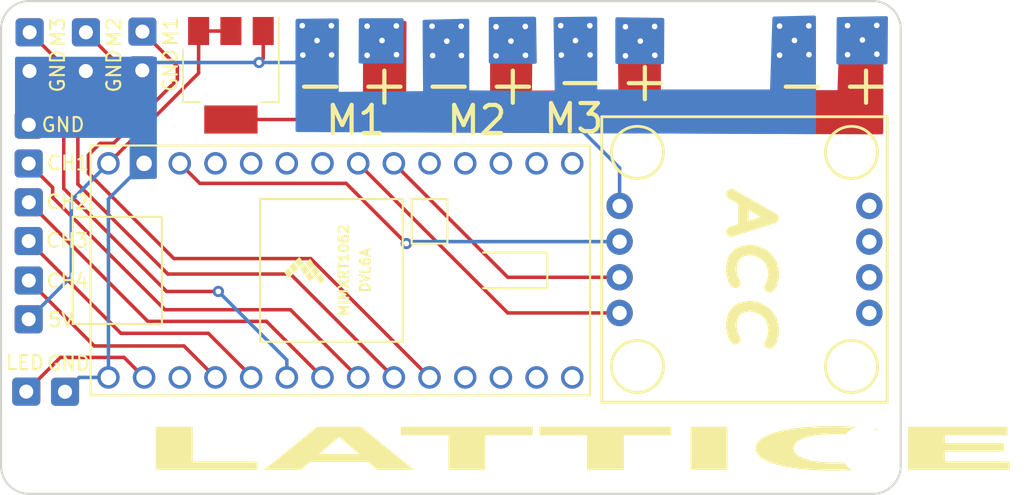
<source format=kicad_pcb>
(kicad_pcb (version 20221018) (generator pcbnew)
  (layers (0 "F.Cu" signal) (31 "B.Cu" signal) (34 "B.Paste" user) (35 "F.Paste" user) (36 "B.SilkS" user "B.Silkscreen") (37 "F.SilkS" user "F.Silkscreen") (38 "B.Mask" user) (39 "F.Mask" user) (44 "Edge.Cuts" user))
  (net 0 "")
  (net 1 "Net-(LIS331DLH1-SCL)")
  (net 2 "Net-(LIS331DLH1-SDA)")
  (net 3 "GNDREF")
  (net 4 "unconnected-(U1-0-Pad2)")
  (net 6 "unconnected-(U1-2-Pad4)")
  (net 7 "unconnected-(U1-3-Pad5)")
  (net 8 "unconnected-(U1-4-Pad6)")
  (net 9 "unconnected-(U1-5-Pad7)")
  (net 10 "unconnected-(U1-6-Pad8)")
  (net 11 "unconnected-(U1-7-Pad9)")
  (net 12 "unconnected-(U1-8-Pad10)")
  (net 17 "Net-(LIS331DLH1-3.3V-Pad3)")
  (net 31 "+BATT")
  (net 32 "Net-(U1-VIN)")
  (footprint "Package_TO_SOT_SMD:SOT-223" (layer "F.Cu") (at 115.59 68.02 -90)
    (fp_text reference "U2" hide)
    (fp_text value "AMS1117CS-5.0" hide)
    (fp_line (start -4.1 -3.41) (end 1.91 -3.41) (stroke (width 0.12)) (layer "F.SilkS"))
    (fp_line (start -1.85 3.41) (end 1.91 3.41) (stroke (width 0.12)) (layer "F.SilkS"))
    (fp_line (start 1.91 -3.41) (end 1.91 -2.15) (stroke (width 0.12)) (layer "F.SilkS"))
    (fp_line (start 1.91 3.41) (end 1.91 2.15) (stroke (width 0.12)) (layer "F.SilkS"))
    (pad "1" smd rect (at -3.15 -2.3 270) (size 2 1.5) (layers "F.Cu" "F.Paste" "F.Mask") (net 3 "GNDREF"))
    (pad "2" smd rect (at -3.15 0 270) (size 2 1.5) (layers "F.Cu" "F.Paste" "F.Mask") (net 32 "Net-(U1-VIN)"))
    (pad "3" smd rect (at -3.15 2.3 270) (size 2 1.5) (layers "F.Cu" "F.Paste" "F.Mask") (net 32 "Net-(U1-VIN)"))
    (pad "4" smd rect (at 3.15 0 270) (size 2 3.8) (layers "F.Cu" "F.Paste" "F.Mask") (net 31 "+BATT"))
  )
  (footprint "Connector_Wire:SolderWire-0.5sqmm_1x06_P4.6mm_D0.9mm_OD2.1mm" (layer "F.Cu") (at 121.71 65.59)
    (fp_text reference "REF**" hide)
    (fp_text value "SolderWire-0.5sqmm_1x06_P4.6mm_D0.9mm_OD2.1mm" hide)
    (pad "1" connect roundrect (at 0 0) (size 3 3) (layers "*.Mask" "F.Cu") (roundrect_rratio 0.1) (net 3 "GNDREF"))
    (pad "2" connect roundrect (at 4.6 0) (size 3 3) (layers "*.Mask" "F.Cu") (roundrect_rratio 0.1) (net 31 "+BATT"))
    (pad "3" connect roundrect (at 9.2 0) (size 3 3) (layers "*.Mask" "F.Cu") (roundrect_rratio 0.1) (net 3 "GNDREF"))
    (pad "4" connect roundrect (at 13.8 0) (size 3 3) (layers "*.Mask" "F.Cu") (roundrect_rratio 0.1) (net 31 "+BATT"))
    (pad "5" connect roundrect (at 18.4 0) (size 3 3) (layers "*.Mask" "F.Cu") (roundrect_rratio 0.1) (net 3 "GNDREF"))
    (pad "6" connect roundrect (at 23 0) (size 3 3) (layers "*.Mask" "F.Cu") (roundrect_rratio 0.1) (net 31 "+BATT"))
  )
  (footprint "Connector_Wire:SolderWire-0.1sqmm_1x01_D0.4mm_OD1mm" (layer "F.Cu") (at 101.19 74.3 -90)
    (fp_text reference "CH1" (at -0.03 -2.8) (layer "F.SilkS"))
    (fp_text value "GND" hide)
    (pad "1" thru_hole roundrect (at 0 0 270) (size 2 2) (drill 1) (layers "*.Cu" "*.Mask") (roundrect_rratio 0.15625) (net 10 "unconnected-(U1-6-Pad8)"))
  )
  (footprint "" (layer "F.Cu") (at 102.286 94.756)
    (fp_text reference "" (at 0 0) (layer "F.SilkS") (effects (font (size 1.27 1.27))))
    (fp_text value "" (at 0 0) (layer "F.SilkS") (effects (font (size 1.27 1.27))))
    (pad "" np_thru_hole circle (at 0 0) (size 3.302 3.302) (drill 3.302) (layers "*.Cu" "*.Mask"))
  )
  (footprint "Connector_Wire:SolderWire-0.1sqmm_1x01_D0.4mm_OD1mm" (layer "F.Cu") (at 101.19 79.82 -90)
    (fp_text reference "CH3" (at -0.03 -2.74) (layer "F.SilkS"))
    (fp_text value "GND" hide)
    (pad "1" thru_hole roundrect (at 0 0 270) (size 2 2) (drill 1) (layers "*.Cu" "*.Mask") (roundrect_rratio 0.15625) (net 7 "unconnected-(U1-3-Pad5)"))
  )
  (footprint "" (layer "F.Cu") (at 160.51 65.54 90)
    (fp_text reference "" (at 0 0 90) (layer "F.SilkS") (effects (font (size 1.27 1.27))))
    (fp_text value "" (at 0 0 90) (layer "F.SilkS") (effects (font (size 1.27 1.27))))
    (pad "2" connect roundrect (at 0 0) (size 3 3) (layers "F.Cu" "F.Mask") (roundrect_rratio 0.1) (net 31 "+BATT"))
  )
  (footprint "" (layer "F.Cu") (at 150.266 65.816)
    (fp_text reference "" (at 0 0) (layer "F.SilkS") (effects (font (size 1.27 1.27))))
    (fp_text value "" (at 0 0) (layer "F.SilkS") (effects (font (size 1.27 1.27))))
    (pad "" np_thru_hole circle (at 0 0) (size 3.302 3.302) (drill 3.302) (layers "*.Cu" "*.Mask"))
  )
  (footprint "Connector_Wire:SolderWire-0.1sqmm_1x01_D0.4mm_OD1mm" (layer "F.Cu") (at 101.2 82.63 -90)
    (fp_text reference "CH4" (at 0.04 -2.75) (layer "F.SilkS"))
    (fp_text value "M3" hide)
    (pad "1" thru_hole roundrect (at 0 0 270) (size 2 2) (drill 1) (layers "*.Cu" "*.Mask") (roundrect_rratio 0.15625) (net 6 "unconnected-(U1-2-Pad4)"))
  )
  (footprint "Connector_Wire:SolderWire-0.1sqmm_1x01_D0.4mm_OD1mm" (layer "F.Cu") (at 101.2 77.06 -90)
    (fp_text reference "CH2" (at -0.02 -2.75) (layer "F.SilkS"))
    (fp_text value "M3" hide)
    (pad "1" thru_hole roundrect (at 0 0 270) (size 2 2) (drill 1) (layers "*.Cu" "*.Mask") (roundrect_rratio 0.15625) (net 9 "unconnected-(U1-5-Pad7)"))
  )
  (footprint "Connector_Wire:SolderWire-0.1sqmm_1x01_D0.4mm_OD1mm" (layer "F.Cu") (at 101.2 71.54 -90)
    (fp_text reference "GND" (at 0 -2.44) (layer "F.SilkS"))
    (fp_text value "M3" hide)
    (pad "1" thru_hole roundrect (at 0 0 270) (size 2 2) (drill 1) (layers "*.Cu" "*.Mask") (roundrect_rratio 0.15625) (net 3 "GNDREF"))
  )
  (footprint "" (layer "F.Cu") (at 160.586 94.656)
    (fp_text reference "" (at 0 0) (layer "F.SilkS") (effects (font (size 1.27 1.27))))
    (fp_text value "" (at 0 0) (layer "F.SilkS") (effects (font (size 1.27 1.27))))
    (pad "" np_thru_hole circle (at 0 0) (size 3.302 3.302) (drill 3.302) (layers "*.Cu" "*.Mask"))
  )
  (footprint "Connector_Wire:SolderWire-0.1sqmm_1x01_D0.4mm_OD1mm" (layer "F.Cu") (at 109.29 64.91 -90)
    (fp_text reference "M1" (at 0 -2 -90) (layer "F.SilkS"))
    (fp_text value "M1" hide)
    (pad "1" thru_hole roundrect (at 0 0 270) (size 2 2) (drill 1) (layers "*.Cu" "*.Mask") (roundrect_rratio 0.15625) (net 12 "unconnected-(U1-8-Pad10)"))
  )
  (footprint "Connector_Wire:SolderWire-0.1sqmm_1x01_D0.4mm_OD1mm" (layer "F.Cu") (at 101.26 64.96 -90)
    (fp_text reference "M3" (at 0 -2 -90) (layer "F.SilkS"))
    (fp_text value "M3" hide)
    (pad "1" thru_hole roundrect (at 0 0 270) (size 2 2) (drill 1) (layers "*.Cu" "*.Mask") (roundrect_rratio 0.15625) (net 8 "unconnected-(U1-4-Pad6)"))
  )
  (footprint "Connector_Wire:SolderWire-0.1sqmm_1x01_D0.4mm_OD1mm" (layer "F.Cu") (at 101.25 67.72 -90)
    (fp_text reference "GND" (at 0 -2 -90) (layer "F.SilkS"))
    (fp_text value "GND" hide)
    (pad "1" thru_hole roundrect (at 0 0 270) (size 2 2) (drill 1) (layers "*.Cu" "*.Mask") (roundrect_rratio 0.15625) (net 3 "GNDREF"))
  )
  (footprint "Connector_Wire:SolderWire-0.1sqmm_1x01_D0.4mm_OD1mm" (layer "F.Cu") (at 109.28 67.67 -90)
    (fp_text reference "GND" (at 0 -2 -90) (layer "F.SilkS"))
    (fp_text value "GND" hide)
    (pad "1" thru_hole roundrect (at 0 0 270) (size 2 2) (drill 1) (layers "*.Cu" "*.Mask") (roundrect_rratio 0.15625) (net 3 "GNDREF"))
  )
  (footprint "Connector_Wire:SolderWire-0.1sqmm_1x01_D0.4mm_OD1mm" (layer "F.Cu") (at 105.27 64.96 -90)
    (fp_text reference "M2" (at 0 -2 -90) (layer "F.SilkS"))
    (fp_text value "M2" hide)
    (pad "1" thru_hole roundrect (at 0 0 270) (size 2 2) (drill 1) (layers "*.Cu" "*.Mask") (roundrect_rratio 0.15625) (net 11 "unconnected-(U1-7-Pad9)"))
  )
  (footprint "" (layer "F.Cu") (at 155.71 65.54 90)
    (fp_text reference "" (at 0 0 90) (layer "F.SilkS") (effects (font (size 1.27 1.27))))
    (fp_text value "" (at 0 0 90) (layer "F.SilkS") (effects (font (size 1.27 1.27))))
    (pad "1" connect roundrect (at 0 0) (size 3 3) (layers "F.Cu" "F.Mask") (roundrect_rratio 0.1) (net 3 "GNDREF"))
  )
  (footprint "LIS331DLH:lis331dlh" (layer "F.Cu") (at 152.15 81.13 90)
    (fp_text reference "LIS331DLH1" hide)
    (fp_text value "~" hide)
    (fp_text user "ACC" (at 5.505141 -1.338263 -90 unlocked) (layer "F.SilkS") (effects (font (size 3 4) (thickness 0.75) bold italic) (justify left bottom)))
    (fp_line (start -10.16 -10.16) (end -10.16 10.16) (stroke (width 0.2032)) (layer "F.SilkS"))
    (fp_line (start -10.16 10.16) (end 10.16 10.16) (stroke (width 0.2032)) (layer "F.SilkS"))
    (fp_line (start 10.16 -10.16) (end -10.16 -10.16) (stroke (width 0.2032)) (layer "F.SilkS"))
    (fp_line (start 10.16 10.16) (end 10.16 -10.16) (stroke (width 0.2032)) (layer "F.SilkS"))
    (fp_arc (start -7.62 -9.4742) (mid -5.7658 -7.62) (end -7.62 -5.7658) (stroke (width 0.2032)) (layer "F.SilkS"))
    (fp_arc (start -7.62 -5.7658) (mid -9.4742 -7.62) (end -7.62 -9.4742) (stroke (width 0.2032)) (layer "F.SilkS"))
    (fp_arc (start -7.62 5.7658) (mid -5.7658 7.62) (end -7.62 9.4742) (stroke (width 0.2032)) (layer "F.SilkS"))
    (fp_arc (start -7.62 9.4742) (mid -9.4742 7.62) (end -7.62 5.7658) (stroke (width 0.2032)) (layer "F.SilkS"))
    (fp_arc (start 7.62 -9.4742) (mid 9.4742 -7.62) (end 7.62 -5.7658) (stroke (width 0.2032)) (layer "F.SilkS"))
    (fp_arc (start 7.62 -5.7658) (mid 5.7658 -7.62) (end 7.62 -9.4742) (stroke (width 0.2032)) (layer "F.SilkS"))
    (fp_arc (start 7.62 5.7658) (mid 9.4742 7.62) (end 7.62 9.4742) (stroke (width 0.2032)) (layer "F.SilkS"))
    (fp_arc (start 7.62 9.4742) (mid 5.7658 7.62) (end 7.62 5.7658) (stroke (width 0.2032)) (layer "F.SilkS"))
    (pad "1" thru_hole circle (at -3.81 -8.89 180) (size 1.8796 1.8796) (drill 1.016) (layers "*.Cu" "*.Mask") (net 1 "Net-(LIS331DLH1-SCL)"))
    (pad "2" thru_hole circle (at -1.27 -8.89 180) (size 1.8796 1.8796) (drill 1.016) (layers "*.Cu" "*.Mask") (net 2 "Net-(LIS331DLH1-SDA)"))
    (pad "3" thru_hole circle (at 1.27 -8.89 180) (size 1.8796 1.8796) (drill 1.016) (layers "*.Cu" "*.Mask") (net 17 "Net-(LIS331DLH1-3.3V-Pad3)"))
    (pad "4" thru_hole circle (at 3.81 -8.89 180) (size 1.8796 1.8796) (drill 1.016) (layers "*.Cu" "*.Mask") (net 3 "GNDREF"))
    (pad "5" thru_hole circle (at -3.81 8.89 180) (size 1.8796 1.8796) (drill 1.016) (layers "*.Cu" "*.Mask"))
    (pad "6" thru_hole circle (at -1.27 8.89 180) (size 1.8796 1.8796) (drill 1.016) (layers "*.Cu" "*.Mask"))
    (pad "7" thru_hole circle (at 1.27 8.89 180) (size 1.8796 1.8796) (drill 1.016) (layers "*.Cu" "*.Mask"))
    (pad "8" thru_hole circle (at 3.81 8.89 180) (size 1.8796 1.8796) (drill 1.016) (layers "*.Cu" "*.Mask"))
  )
  (footprint "Connector_Wire:SolderWire-0.1sqmm_1x01_D0.4mm_OD1mm" (layer "F.Cu") (at 105.26 67.72 -90)
    (fp_text reference "GND" (at 0 -2 -90) (layer "F.SilkS"))
    (fp_text value "GND" hide)
    (pad "1" thru_hole roundrect (at 0 0 270) (size 2 2) (drill 1) (layers "*.Cu" "*.Mask") (roundrect_rratio 0.15625) (net 3 "GNDREF"))
  )
  (footprint "Connector_Wire:SolderWire-0.1sqmm_1x01_D0.4mm_OD1mm" (layer "F.Cu") (at 101.02 90.54)
    (fp_text reference "LED" (at -0.09 -2.06 180) (layer "F.SilkS"))
    (fp_text value "M3" hide)
    (pad "1" thru_hole roundrect (at 0 0) (size 2 2) (drill 1) (layers "*.Cu" "*.Mask") (roundrect_rratio 0.15625) (net 4 "unconnected-(U1-0-Pad2)"))
  )
  (footprint "Connector_Wire:SolderWire-0.1sqmm_1x01_D0.4mm_OD1mm" (layer "F.Cu") (at 101.19 85.39 -90)
    (fp_text reference "5V" (at 0.05 -2.28) (layer "F.SilkS"))
    (fp_text value "GND" hide)
    (pad "1" thru_hole roundrect (at 0 0 270) (size 2 2) (drill 1) (layers "*.Cu" "*.Mask") (roundrect_rratio 0.15625) (net 32 "Net-(U1-VIN)"))
  )
  (footprint "Teensy:Teensy40" (layer "F.Cu") (at 123.38 81.91)
    (fp_text reference "U1" hide)
    (fp_text value "Teensy++1.0_(Arduino)")
    (fp_text user "DVL6A" (at 1.778 0 90) (layer "F.SilkS") (effects (font (size 0.7 0.7))))
    (fp_text user "MIMXRT1062" (at 0.254 0 90) (layer "F.SilkS") (effects (font (size 0.7 0.7))))
    (fp_line (start -19.05 -3.81) (end -17.78 -3.81) (stroke (width 0.15)) (layer "F.SilkS"))
    (fp_line (start -19.05 3.81) (end -19.05 -3.81) (stroke (width 0.15)) (layer "F.SilkS"))
    (fp_line (start -17.78 -8.89) (end 17.78 -8.89) (stroke (width 0.15)) (layer "F.SilkS"))
    (fp_line (start -17.78 3.81) (end -19.05 3.81) (stroke (width 0.15)) (layer "F.SilkS"))
    (fp_line (start -17.78 8.89) (end -17.78 -8.89) (stroke (width 0.15)) (layer "F.SilkS"))
    (fp_line (start -12.7 -3.81) (end -17.78 -3.81) (stroke (width 0.15)) (layer "F.SilkS"))
    (fp_line (start -12.7 3.81) (end -17.78 3.81) (stroke (width 0.15)) (layer "F.SilkS"))
    (fp_line (start -12.7 3.81) (end -12.7 -3.81) (stroke (width 0.15)) (layer "F.SilkS"))
    (fp_line (start -5.715 -5.08) (end -5.715 5.08) (stroke (width 0.15)) (layer "F.SilkS"))
    (fp_line (start 4.445 -5.08) (end -5.715 -5.08) (stroke (width 0.15)) (layer "F.SilkS"))
    (fp_line (start 4.445 5.08) (end -5.715 5.08) (stroke (width 0.15)) (layer "F.SilkS"))
    (fp_line (start 4.445 5.08) (end 4.445 -5.08) (stroke (width 0.15)) (layer "F.SilkS"))
    (fp_line (start 5.08 -5.08) (end 7.62 -5.08) (stroke (width 0.15)) (layer "F.SilkS"))
    (fp_line (start 5.08 -1.905) (end 5.08 -5.08) (stroke (width 0.15)) (layer "F.SilkS"))
    (fp_line (start 7.62 -5.08) (end 7.62 -1.905) (stroke (width 0.15)) (layer "F.SilkS"))
    (fp_line (start 7.62 -1.905) (end 5.08 -1.905) (stroke (width 0.15)) (layer "F.SilkS"))
    (fp_line (start 10.16 -1.27) (end 14.732 -1.27) (stroke (width 0.15)) (layer "F.SilkS"))
    (fp_line (start 14.732 -1.27) (end 14.732 1.27) (stroke (width 0.15)) (layer "F.SilkS"))
    (fp_line (start 14.732 1.27) (end 10.16 1.27) (stroke (width 0.15)) (layer "F.SilkS"))
    (fp_line (start 17.78 -8.89) (end 17.78 8.89) (stroke (width 0.15)) (layer "F.SilkS"))
    (fp_line (start 17.78 8.89) (end -17.78 8.89) (stroke (width 0.15)) (layer "F.SilkS"))
    (fp_poly (pts (xy -3.937 0.127) (xy -3.683 -0.127) (xy -3.429 0.254) (xy -3.683 0.508)) (stroke (width 0.1)) (fill solid) (layer "F.SilkS"))
    (fp_poly (pts (xy -3.556 -0.254) (xy -3.302 -0.508) (xy -3.048 -0.127) (xy -3.302 0.127)) (stroke (width 0.1)) (fill solid) (layer "F.SilkS"))
    (fp_poly (pts (xy -3.175 -0.635) (xy -2.921 -0.889) (xy -2.667 -0.508) (xy -2.921 -0.254)) (stroke (width 0.1)) (fill solid) (layer "F.SilkS"))
    (fp_poly (pts (xy -2.794 -0.127) (xy -2.54 -0.381) (xy -2.286 0) (xy -2.54 0.254)) (stroke (width 0.1)) (fill solid) (layer "F.SilkS"))
    (fp_poly (pts (xy -2.413 -0.508) (xy -2.159 -0.762) (xy -1.905 -0.381) (xy -2.159 -0.127)) (stroke (width 0.1)) (fill solid) (layer "F.SilkS"))
    (fp_poly (pts (xy -2.413 0.381) (xy -2.159 0.127) (xy -1.905 0.508) (xy -2.159 0.762)) (stroke (width 0.1)) (fill solid) (layer "F.SilkS"))
    (fp_poly (pts (xy -2.032 0) (xy -1.778 -0.254) (xy -1.524 0.127) (xy -1.778 0.381)) (stroke (width 0.1)) (fill solid) (layer "F.SilkS"))
    (fp_poly (pts (xy -1.651 0.508) (xy -1.397 0.254) (xy -1.143 0.635) (xy -1.397 0.889)) (stroke (width 0.1)) (fill solid) (layer "F.SilkS"))
    (pad "1" thru_hole circle (at -16.51 7.62) (size 1.6 1.6) (drill 1.1) (layers "*.Cu" "*.Mask") (net 3 "GNDREF"))
    (pad "2" thru_hole circle (at -13.97 7.62) (size 1.6 1.6) (drill 1.1) (layers "*.Cu" "*.Mask") (net 4 "unconnected-(U1-0-Pad2)"))
    (pad "3" thru_hole circle (at -11.43 7.62) (size 1.6 1.6) (drill 1.1) (layers "*.Cu" "*.Mask"))
    (pad "4" thru_hole circle (at -8.89 7.62) (size 1.6 1.6) (drill 1.1) (layers "*.Cu" "*.Mask") (net 6 "unconnected-(U1-2-Pad4)"))
    (pad "5" thru_hole circle (at -6.35 7.62) (size 1.6 1.6) (drill 1.1) (layers "*.Cu" "*.Mask") (net 7 "unconnected-(U1-3-Pad5)"))
    (pad "6" thru_hole circle (at -3.81 7.62) (size 1.6 1.6) (drill 1.1) (layers "*.Cu" "*.Mask") (net 8 "unconnected-(U1-4-Pad6)"))
    (pad "7" thru_hole circle (at -1.27 7.62) (size 1.6 1.6) (drill 1.1) (layers "*.Cu" "*.Mask") (net 9 "unconnected-(U1-5-Pad7)"))
    (pad "8" thru_hole circle (at 1.27 7.62) (size 1.6 1.6) (drill 1.1) (layers "*.Cu" "*.Mask") (net 10 "unconnected-(U1-6-Pad8)"))
    (pad "9" thru_hole circle (at 3.81 7.62) (size 1.6 1.6) (drill 1.1) (layers "*.Cu" "*.Mask") (net 11 "unconnected-(U1-7-Pad9)"))
    (pad "10" thru_hole circle (at 6.35 7.62) (size 1.6 1.6) (drill 1.1) (layers "*.Cu" "*.Mask") (net 12 "unconnected-(U1-8-Pad10)"))
    (pad "11" thru_hole circle (at 8.89 7.62) (size 1.6 1.6) (drill 1.1) (layers "*.Cu" "*.Mask"))
    (pad "12" thru_hole circle (at 11.43 7.62) (size 1.6 1.6) (drill 1.1) (layers "*.Cu" "*.Mask"))
    (pad "13" thru_hole circle (at 13.97 7.62) (size 1.6 1.6) (drill 1.1) (layers "*.Cu" "*.Mask"))
    (pad "14" thru_hole circle (at 16.51 7.62) (size 1.6 1.6) (drill 1.1) (layers "*.Cu" "*.Mask"))
    (pad "20" thru_hole circle (at 16.51 -7.62) (size 1.6 1.6) (drill 1.1) (layers "*.Cu" "*.Mask"))
    (pad "21" thru_hole circle (at 13.97 -7.62) (size 1.6 1.6) (drill 1.1) (layers "*.Cu" "*.Mask"))
    (pad "22" thru_hole circle (at 11.43 -7.62) (size 1.6 1.6) (drill 1.1) (layers "*.Cu" "*.Mask"))
    (pad "23" thru_hole circle (at 8.89 -7.62) (size 1.6 1.6) (drill 1.1) (layers "*.Cu" "*.Mask"))
    (pad "24" thru_hole circle (at 6.35 -7.62) (size 1.6 1.6) (drill 1.1) (layers "*.Cu" "*.Mask"))
    (pad "25" thru_hole circle (at 3.81 -7.62) (size 1.6 1.6) (drill 1.1) (layers "*.Cu" "*.Mask") (net 2 "Net-(LIS331DLH1-SDA)"))
    (pad "26" thru_hole circle (at 1.27 -7.62) (size 1.6 1.6) (drill 1.1) (layers "*.Cu" "*.Mask") (net 1 "Net-(LIS331DLH1-SCL)"))
    (pad "27" thru_hole circle (at -1.27 -7.62) (size 1.6 1.6) (drill 1.1) (layers "*.Cu" "*.Mask"))
    (pad "28" thru_hole circle (at -3.81 -7.62) (size 1.6 1.6) (drill 1.1) (layers "*.Cu" "*.Mask"))
    (pad "29" thru_hole circle (at -6.35 -7.62) (size 1.6 1.6) (drill 1.1) (layers "*.Cu" "*.Mask"))
    (pad "30" thru_hole circle (at -8.89 -7.62) (size 1.6 1.6) (drill 1.1) (layers "*.Cu" "*.Mask"))
    (pad "31" thru_hole circle (at -11.43 -7.62) (size 1.6 1.6) (drill 1.1) (layers "*.Cu" "*.Mask") (net 17 "Net-(LIS331DLH1-3.3V-Pad3)"))
    (pad "32" thru_hole circle (at -13.97 -7.62) (size 1.6 1.6) (drill 1.1) (layers "*.Cu" "*.Mask") (net 3 "GNDREF"))
    (pad "33" thru_hole circle (at -16.51 -7.62) (size 1.6 1.6) (drill 1.1) (layers "*.Cu" "*.Mask") (net 32 "Net-(U1-VIN)"))
  )
  (footprint "Connector_Wire:SolderWire-0.1sqmm_1x01_D0.4mm_OD1mm" (layer "F.Cu") (at 103.78 90.55)
    (fp_text reference "GND" (at 0.25 -2.02 180) (layer "F.SilkS"))
    (fp_text value "GND" hide)
    (pad "1" thru_hole roundrect (at 0 0) (size 2 2) (drill 1) (layers "*.Cu" "*.Mask") (roundrect_rratio 0.15625) (net 3 "GNDREF"))
  )
  (gr_line (start 99.226 95.816) (end 99.226 64.736) (stroke (width 0.15)) (layer "Edge.Cuts"))
  (gr_arc (start 99.226 64.736) (mid 99.811786 63.321786) (end 101.226 62.736) (stroke (width 0.15)) (layer "Edge.Cuts"))
  (gr_line (start 101.226 62.736) (end 161.276 62.736) (stroke (width 0.15)) (layer "Edge.Cuts"))
  (gr_arc (start 161.276 62.736) (mid 162.690214 63.321786) (end 163.276 64.736) (stroke (width 0.15)) (layer "Edge.Cuts"))
  (gr_arc (start 163.276 95.816) (mid 162.690214 97.230214) (end 161.276 97.816) (stroke (width 0.15)) (layer "Edge.Cuts"))
  (gr_line (start 163.276 64.736) (end 163.276 95.816) (stroke (width 0.15)) (layer "Edge.Cuts"))
  (gr_arc (start 101.226 97.816) (mid 99.811786 97.230214) (end 99.226 95.816) (stroke (width 0.15)) (layer "Edge.Cuts"))
  (gr_line (start 161.276 97.816) (end 101.226 97.816) (stroke (width 0.15)) (layer "Edge.Cuts"))
  (gr_text "-" (at 138.43 70.104) (layer "F.SilkS") (effects (font (size 3 3) (thickness 0.3) bold) (justify left bottom)))
  (gr_text "M2" (at 130.81 72.39) (layer "F.SilkS") (effects (font (size 2 2) (thickness 0.3) bold) (justify left bottom)))
  (gr_text "-" (at 129.032 70.358) (layer "F.SilkS") (effects (font (size 3 3) (thickness 0.3) bold) (justify left bottom)))
  (gr_text "-" (at 154.178 70.358) (layer "F.SilkS") (effects (font (size 3 3) (thickness 0.3) bold) (justify left bottom)))
  (gr_text "+" (at 158.75 70.358) (layer "F.SilkS") (effects (font (size 3 3) (thickness 0.3) bold) (justify left bottom)))
  (gr_text "M1" (at 122.174 72.39) (layer "F.SilkS") (effects (font (size 2 2) (thickness 0.3) bold) (justify left bottom)))
  (gr_text "+" (at 124.46 70.358) (layer "F.SilkS") (effects (font (size 3 3) (thickness 0.3) bold) (justify left bottom)))
  (gr_text "-" (at 119.888 70.358) (layer "F.SilkS") (effects (font (size 3 3) (thickness 0.3) bold) (justify left bottom)))
  (gr_text "+" (at 133.604 70.358) (layer "F.SilkS") (effects (font (size 3 3) (thickness 0.3) bold) (justify left bottom)))
  (gr_text "LATTICE" (at 108.956 96.616) (layer "F.SilkS") (effects (font (size 3 10) (thickness 0.2) bold italic) (justify left bottom)))
  (gr_text "M3\n" (at 137.706 72.256) (layer "F.SilkS") (effects (font (size 2 2) (thickness 0.3) bold) (justify left bottom)))
  (gr_text "+" (at 143.002 70.104) (layer "F.SilkS") (effects (font (size 3 3) (thickness 0.3) bold) (justify left bottom)))
  (segment (start 143.26 84.94) (end 135.3 84.94) (width 0.25) (layer "F.Cu") (net 1))
  (segment (start 135.3 84.94) (end 124.65 74.29) (width 0.25) (layer "F.Cu") (net 1))
  (segment (start 135.3 82.4) (end 127.19 74.29) (width 0.25) (layer "F.Cu") (net 2))
  (segment (start 143.26 82.4) (end 135.3 82.4) (width 0.25) (layer "F.Cu") (net 2))
  (segment (start 117.89 64.87) (end 117.89 66.81) (width 0.25) (layer "F.Cu") (net 3))
  (segment (start 117.89 66.81) (end 117.59 67.11) (width 0.25) (layer "F.Cu") (net 3))
  (via (at 139.11 66.58) (size 0.8) (drill 0.4) (layers "F.Cu" "B.Cu") (net 3))
  (via (at 155.71 65.54) (size 0.8) (drill 0.4) (layers "F.Cu" "B.Cu") (net 3))
  (via (at 141.16 66.57) (size 0.8) (drill 0.4) (layers "F.Cu" "B.Cu") (net 3))
  (via (at 156.74 66.55) (size 0.8) (drill 0.4) (layers "F.Cu" "B.Cu") (net 3))
  (via (at 154.65 64.52) (size 0.8) (drill 0.4) (layers "F.Cu" "B.Cu") (net 3))
  (via (at 129.95 66.62) (size 0.8) (drill 0.4) (layers "F.Cu" "B.Cu") (net 3))
  (via (at 121.72 65.55) (size 0.8) (drill 0.4) (layers "F.Cu" "B.Cu") (net 3))
  (via (at 120.71 66.58) (size 0.8) (drill 0.4) (layers "F.Cu" "B.Cu") (net 3))
  (via (at 120.67 64.49) (size 0.8) (drill 0.4) (layers "F.Cu" "B.Cu") (net 3))
  (via (at 139.07 64.49) (size 0.8) (drill 0.4) (layers "F.Cu" "B.Cu") (net 3))
  (via (at 132 66.61) (size 0.8) (drill 0.4) (layers "F.Cu" "B.Cu") (net 3))
  (via (at 130.96 65.59) (size 0.8) (drill 0.4) (layers "F.Cu" "B.Cu") (net 3))
  (via (at 141.14 64.49) (size 0.8) (drill 0.4) (layers "F.Cu" "B.Cu") (net 3))
  (via (at 117.59 67.11) (size 0.8) (drill 0.4) (layers "F.Cu" "B.Cu") (net 3))
  (via (at 140.12 65.55) (size 0.8) (drill 0.4) (layers "F.Cu" "B.Cu") (net 3))
  (via (at 122.74 64.49) (size 0.8) (drill 0.4) (layers "F.Cu" "B.Cu") (net 3))
  (via (at 156.73 64.5) (size 0.8) (drill 0.4) (layers "F.Cu" "B.Cu") (net 3))
  (via (at 131.98 64.53) (size 0.8) (drill 0.4) (layers "F.Cu" "B.Cu") (net 3))
  (via (at 154.65 66.59) (size 0.8) (drill 0.4) (layers "F.Cu" "B.Cu") (net 3))
  (via (at 122.76 66.57) (size 0.8) (drill 0.4) (layers "F.Cu" "B.Cu") (net 3))
  (via (at 129.91 64.53) (size 0.8) (drill 0.4) (layers "F.Cu" "B.Cu") (net 3))
  (segment (start 106.87 76.83) (end 109.41 74.29) (width 0.25) (layer "B.Cu") (net 3))
  (segment (start 105.31 67.67) (end 105.26 67.72) (width 0.25) (layer "B.Cu") (net 3))
  (segment (start 104.8 89.53) (end 106.87 89.53) (width 0.25) (layer "B.Cu") (net 3))
  (segment (start 117.59 67.11) (end 109.84 67.11) (width 0.25) (layer "B.Cu") (net 3))
  (segment (start 120.18 67.11) (end 120.71 66.58) (width 0.25) (layer "B.Cu") (net 3))
  (segment (start 101.2 67.77) (end 101.25 67.72) (width 0.25) (layer "B.Cu") (net 3))
  (segment (start 140.12 71.48) (end 140.12 67.59) (width 0.25) (layer "B.Cu") (net 3))
  (segment (start 143.26 77.32) (end 143.26 74.62) (width 0.25) (layer "B.Cu") (net 3))
  (segment (start 109.84 67.11) (end 109.28 67.67) (width 0.25) (layer "B.Cu") (net 3))
  (segment (start 143.26 74.62) (end 140.12 71.48) (width 0.25) (layer "B.Cu") (net 3))
  (segment (start 106.87 89.53) (end 106.87 76.83) (width 0.25) (layer "B.Cu") (net 3))
  (segment (start 117.59 67.11) (end 120.18 67.11) (width 0.25) (layer "B.Cu") (net 3))
  (segment (start 120.72 66.59) (end 120.71 66.58) (width 0.25) (layer "B.Cu") (net 3))
  (segment (start 140.12 67.59) (end 139.11 66.58) (width 0.25) (layer "B.Cu") (net 3))
  (segment (start 103.78 90.55) (end 104.8 89.53) (width 0.25) (layer "B.Cu") (net 3))
  (segment (start 120.67 64.49) (end 120.35 64.81) (width 0.25) (layer "B.Cu") (net 3))
  (segment (start 109.28 67.67) (end 109.41 67.8) (width 0.25) (layer "B.Cu") (net 3))
  (segment (start 109.41 89.53) (end 107.985 88.105) (width 0.25) (layer "F.Cu") (net 4))
  (segment (start 103.455 88.105) (end 101.02 90.54) (width 0.25) (layer "F.Cu") (net 4))
  (segment (start 107.985 88.105) (end 103.455 88.105) (width 0.25) (layer "F.Cu") (net 4))
  (segment (start 101.2 82.63) (end 105.86 87.29) (width 0.25) (layer "F.Cu") (net 6))
  (segment (start 112.25 87.29) (end 114.49 89.53) (width 0.25) (layer "F.Cu") (net 6))
  (segment (start 105.86 87.29) (end 112.25 87.29) (width 0.25) (layer "F.Cu") (net 6))
  (segment (start 117.03 89.44) (end 117.03 89.53) (width 0.25) (layer "F.Cu") (net 7))
  (segment (start 113.98 86.39) (end 117.03 89.44) (width 0.25) (layer "F.Cu") (net 7))
  (segment (start 107.76 86.39) (end 113.98 86.39) (width 0.25) (layer "F.Cu") (net 7))
  (segment (start 101.19 79.82) (end 107.76 86.39) (width 0.25) (layer "F.Cu") (net 7))
  (segment (start 103.69 76.09) (end 103.69 70.36) (width 0.25) (layer "F.Cu") (net 8))
  (segment (start 111.01 83.41) (end 103.69 76.09) (width 0.25) (layer "F.Cu") (net 8))
  (segment (start 103.096 66.796) (end 101.26 64.96) (width 0.25) (layer "F.Cu") (net 8))
  (segment (start 103.096 69.766) (end 103.096 66.796) (width 0.25) (layer "F.Cu") (net 8))
  (segment (start 114.6945 83.41) (end 111.01 83.41) (width 0.25) (layer "F.Cu") (net 8))
  (segment (start 103.69 70.36) (end 103.096 69.766) (width 0.25) (layer "F.Cu") (net 8))
  (via (at 114.6945 83.41) (size 0.8) (drill 0.4) (layers "F.Cu" "B.Cu") (net 8))
  (segment (start 114.6945 83.41) (end 119.57 88.2855) (width 0.25) (layer "B.Cu") (net 8))
  (segment (start 119.57 88.2855) (end 119.57 89.53) (width 0.25) (layer "B.Cu") (net 8))
  (segment (start 101.2 77.06) (end 109.68 85.54) (width 0.25) (layer "F.Cu") (net 9))
  (segment (start 109.68 85.54) (end 118.12 85.54) (width 0.25) (layer "F.Cu") (net 9))
  (segment (start 118.12 85.54) (end 122.11 89.53) (width 0.25) (layer "F.Cu") (net 9))
  (segment (start 119.83 84.71) (end 124.65 89.53) (width 0.25) (layer "F.Cu") (net 10))
  (segment (start 102.9 76.72) (end 110.89 84.71) (width 0.25) (layer "F.Cu") (net 10))
  (segment (start 102.9 76.01) (end 102.9 76.72) (width 0.25) (layer "F.Cu") (net 10))
  (segment (start 110.89 84.71) (end 119.83 84.71) (width 0.25) (layer "F.Cu") (net 10))
  (segment (start 101.19 74.3) (end 102.9 76.01) (width 0.25) (layer "F.Cu") (net 10))
  (segment (start 105.27 64.96) (end 107.216 66.906) (width 0.25) (layer "F.Cu") (net 11))
  (segment (start 104.695 75.765) (end 111.1 82.17) (width 0.25) (layer "F.Cu") (net 11))
  (segment (start 111.1 82.17) (end 119.83 82.17) (width 0.25) (layer "F.Cu") (net 11))
  (segment (start 107.216 66.906) (end 107.216 69.096) (width 0.25) (layer "F.Cu") (net 11))
  (segment (start 107.216 69.096) (end 104.695 71.617) (width 0.25) (layer "F.Cu") (net 11))
  (segment (start 119.83 82.17) (end 127.19 89.53) (width 0.25) (layer "F.Cu") (net 11))
  (segment (start 104.695 71.617) (end 104.695 75.765) (width 0.25) (layer "F.Cu") (net 11))
  (segment (start 121.27 81.07) (end 129.73 89.53) (width 0.25) (layer "F.Cu") (net 12))
  (segment (start 107.23434 72.865) (end 106.279745 72.865) (width 0.25) (layer "F.Cu") (net 12))
  (segment (start 111.776 68.32334) (end 107.23434 72.865) (width 0.25) (layer "F.Cu") (net 12))
  (segment (start 105.445 74.985) (end 111.53 81.07) (width 0.25) (layer "F.Cu") (net 12))
  (segment (start 111.53 81.07) (end 121.27 81.07) (width 0.25) (layer "F.Cu") (net 12))
  (segment (start 105.445 73.699745) (end 105.445 74.985) (width 0.25) (layer "F.Cu") (net 12))
  (segment (start 109.29 64.91) (end 111.776 67.396001) (width 0.25) (layer "F.Cu") (net 12))
  (segment (start 106.279745 72.865) (end 105.445 73.699745) (width 0.25) (layer "F.Cu") (net 12))
  (segment (start 111.776 67.396001) (end 111.776 68.32334) (width 0.25) (layer "F.Cu") (net 12))
  (segment (start 123.795 75.715) (end 128.08 80) (width 0.25) (layer "F.Cu") (net 17))
  (segment (start 113.375 75.715) (end 123.795 75.715) (width 0.25) (layer "F.Cu") (net 17))
  (segment (start 111.95 74.29) (end 113.375 75.715) (width 0.25) (layer "F.Cu") (net 17))
  (via (at 128.08 80) (size 0.8) (drill 0.4) (layers "F.Cu" "B.Cu") (net 17))
  (segment (start 128.22 79.86) (end 143.26 79.86) (width 0.25) (layer "B.Cu") (net 17))
  (segment (start 128.08 80) (end 128.22 79.86) (width 0.25) (layer "B.Cu") (net 17))
  (segment (start 115.59 71.17) (end 125.934 71.17) (width 0.25) (layer "F.Cu") (net 31))
  (segment (start 125.934 71.17) (end 125.984 71.12) (width 0.25) (layer "F.Cu") (net 31))
  (via (at 145.756 64.546) (size 0.8) (drill 0.4) (layers "F.Cu" "B.Cu") (net 31))
  (via (at 136.546 64.546) (size 0.8) (drill 0.4) (layers "F.Cu" "B.Cu") (net 31))
  (via (at 143.676 66.636) (size 0.8) (drill 0.4) (layers "F.Cu" "B.Cu") (net 31))
  (via (at 127.376 66.556) (size 0.8) (drill 0.4) (layers "F.Cu" "B.Cu") (net 31))
  (via (at 159.486 64.486) (size 0.8) (drill 0.4) (layers "F.Cu" "B.Cu") (net 31))
  (via (at 143.676 64.566) (size 0.8) (drill 0.4) (layers "F.Cu" "B.Cu") (net 31))
  (via (at 125.286 64.526) (size 0.8) (drill 0.4) (layers "F.Cu" "B.Cu") (net 31))
  (via (at 134.466 64.566) (size 0.8) (drill 0.4) (layers "F.Cu" "B.Cu") (net 31))
  (via (at 160.546 65.506) (size 0.8) (drill 0.4) (layers "F.Cu" "B.Cu") (net 31))
  (via (at 134.466 66.636) (size 0.8) (drill 0.4) (layers "F.Cu" "B.Cu") (net 31))
  (via (at 159.486 66.556) (size 0.8) (drill 0.4) (layers "F.Cu" "B.Cu") (net 31))
  (via (at 135.526 65.586) (size 0.8) (drill 0.4) (layers "F.Cu" "B.Cu") (net 31))
  (via (at 161.566 64.466) (size 0.8) (drill 0.4) (layers "F.Cu" "B.Cu") (net 31))
  (via (at 145.766 66.596) (size 0.8) (drill 0.4) (layers "F.Cu" "B.Cu") (net 31))
  (via (at 161.576 66.516) (size 0.8) (drill 0.4) (layers "F.Cu" "B.Cu") (net 31))
  (via (at 136.556 66.596) (size 0.8) (drill 0.4) (layers "F.Cu" "B.Cu") (net 31))
  (via (at 125.286 66.596) (size 0.8) (drill 0.4) (layers "F.Cu" "B.Cu") (net 31))
  (via (at 127.366 64.506) (size 0.8) (drill 0.4) (layers "F.Cu" "B.Cu") (net 31))
  (via (at 126.346 65.546) (size 0.8) (drill 0.4) (layers "F.Cu" "B.Cu") (net 31))
  (via (at 144.736 65.586) (size 0.8) (drill 0.4) (layers "F.Cu" "B.Cu") (net 31))
  (segment (start 113.29 64.87) (end 113.29 67.87) (width 0.25) (layer "F.Cu") (net 32))
  (segment (start 113.29 64.87) (end 115.59 64.87) (width 0.25) (layer "F.Cu") (net 32))
  (segment (start 113.29 67.87) (end 106.87 74.29) (width 0.25) (layer "F.Cu") (net 32))
  (segment (start 106.87 74.29) (end 104.23 76.93) (width 0.25) (layer "B.Cu") (net 32))
  (segment (start 104.23 76.93) (end 104.23 82.35) (width 0.25) (layer "B.Cu") (net 32))
  (segment (start 104.23 82.35) (end 101.19 85.39) (width 0.25) (layer "B.Cu") (net 32))
  (zone (net 31) (net_name "+BATT") (layer "F.Cu") (connect_pads yes (clearance 0.5)) (min_thickness 0.25) (fill yes (thermal_gap 0.5) (thermal_bridge_width 0.5) (island_removal_mode 1) (island_area_min 10))
    (polygon (pts (xy 125 64.176963) (xy 124.98 72.076963) (xy 162.03 72.226963) (xy 162.05 63.936963) (xy 158.95 64.016963) (xy 158.77 69.076963) (xy 146.2 69.076963) (xy 146.21 64.016963) (xy 143.12 64.096963) (xy 143.17 69.08) (xy 137.02 69.11) (xy 137.08 64.246963) (xy 134.04 64.246963) (xy 134.04 69.17) (xy 128.07 69.17) (xy 128.09 64.146963)))
  )
  (zone (net 31) (net_name "+BATT") (layer "B.Cu") (priority 5) (connect_pads (clearance 0.5)) (min_thickness 0.25) (fill yes (thermal_gap 0.5) (thermal_bridge_width 0.5))
    (polygon (pts (xy 158.716 63.876) (xy 158.686 67.246) (xy 162.336 67.246) (xy 162.366 63.806)))
  )
  (zone (net 3) (net_name "GNDREF") (layer "B.Cu") (connect_pads (clearance 0.5)) (min_thickness 0.25) (fill yes (thermal_gap 0.5) (thermal_bridge_width 0.5))
    (polygon (pts (xy 120.19 64) (xy 120.19 72.06) (xy 157.24 72.21) (xy 157.24 63.76) (xy 154.14 63.84) (xy 153.97 69.03) (xy 141.67 69.03) (xy 141.67 63.84) (xy 138.55 63.88) (xy 138.64 69.15) (xy 132.56 69.09) (xy 132.56 63.99) (xy 129.23 64.07) (xy 129.27 69.15) (xy 123.26 69.2) (xy 123.28 63.97)))
  )
  (zone (net 31) (net_name "+BATT") (layer "B.Cu") (priority 4) (connect_pads (clearance 0.5)) (min_thickness 0.25) (fill yes (thermal_gap 0.5) (thermal_bridge_width 0.5))
    (polygon (pts (xy 142.956 63.886) (xy 142.956 67.216) (xy 146.426 67.236) (xy 146.446 63.936)))
  )
  (zone (net 31) (net_name "+BATT") (layer "B.Cu") (priority 2) (connect_pads (clearance 0.5)) (min_thickness 0.25) (fill yes (thermal_gap 0.5) (thermal_bridge_width 0.5))
    (polygon (pts (xy 124.696 63.956) (xy 124.676 67.186) (xy 127.876 67.186) (xy 127.896 63.956)))
  )
  (zone (net 31) (net_name "+BATT") (layer "B.Cu") (priority 3) (connect_pads (clearance 0.5)) (min_thickness 0.25) (fill yes (thermal_gap 0.5) (thermal_bridge_width 0.5))
    (polygon (pts (xy 133.946 63.866) (xy 133.946 67.186) (xy 137.366 67.206) (xy 137.316 63.846)))
  )
  (zone (net 3) (net_name "GNDREF") (layer "B.Cu") (priority 1) (connect_pads yes (clearance 0.5)) (min_thickness 0.25) (fill yes (thermal_gap 0.5) (thermal_bridge_width 0.5) (island_removal_mode 1) (island_area_min 10))
    (polygon (pts (xy 100.22 72.48) (xy 100.22 66.7) (xy 110.32 66.7) (xy 110.32 75.39) (xy 108.38 75.43) (xy 108.38 72.48)))
  )
)
</source>
